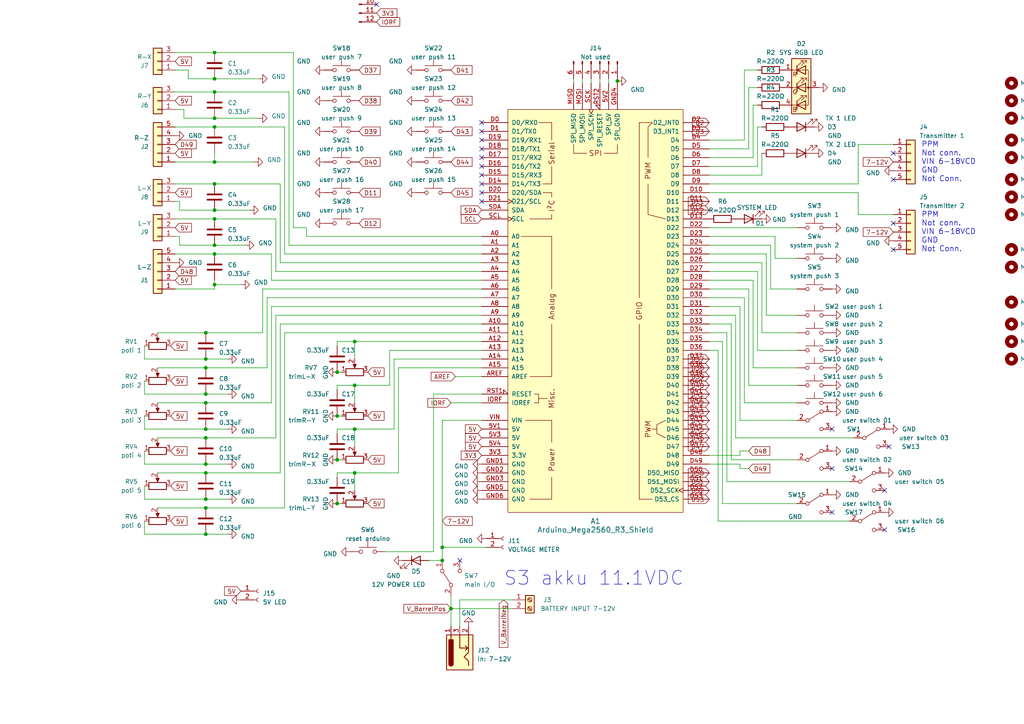
<source format=kicad_sch>
(kicad_sch (version 20230121) (generator eeschema)
  (paper "A4")
  (title_block (date "2024-04-12") (rev "Universal Robot Tx") (company "www.fluescher.ch"))
  (junction (at 59.69 116.84))
  (junction (at 130.81 176.53))
  (junction (at 59.69 147.32))
  (junction (at 59.69 124.46))
  (junction (at 59.69 96.52))
  (junction (at 102.87 111.76))
  (junction (at 62.23 63.5))
  (junction (at 62.23 60.96))
  (junction (at 59.69 106.68))
  (junction (at 59.69 154.94))
  (junction (at 62.23 71.12))
  (junction (at 102.87 99.06))
  (junction (at 62.23 34.29))
  (junction (at 59.69 144.78))
  (junction (at 62.23 82.55))
  (junction (at 59.69 127))
  (junction (at 59.69 137.16))
  (junction (at 59.69 134.62))
  (junction (at 97.79 133.35))
  (junction (at 62.23 26.67))
  (junction (at 62.23 22.86))
  (junction (at 97.79 120.65))
  (junction (at 102.87 124.46))
  (junction (at 97.79 146.05))
  (junction (at 62.23 15.24))
  (junction (at 62.23 73.66))
  (junction (at 62.23 46.99))
  (junction (at 62.23 36.83))
  (junction (at 62.23 53.34))
  (junction (at 102.87 137.16))
  (junction (at 128.27 158.75))
  (junction (at 128.27 162.56))
  (junction (at 179.07 23.495))
  (junction (at 59.69 114.3))
  (junction (at 97.79 107.95))
  (junction (at 59.69 104.14))
  (no_connect (at 139.7 45.72))
  (no_connect (at 109.22 -21.59))
  (no_connect (at 133.35 162.56))
  (no_connect (at 259.08 72.39))
  (no_connect (at 241.3 124.46))
  (no_connect (at 241.3 135.89))
  (no_connect (at 256.54 142.24))
  (no_connect (at 139.7 48.26))
  (no_connect (at 109.22 -19.05))
  (no_connect (at 139.7 53.34))
  (no_connect (at 139.7 35.56))
  (no_connect (at 241.3 148.59))
  (no_connect (at 139.7 38.1))
  (no_connect (at 257.81 129.54))
  (no_connect (at 109.22 -1.27))
  (no_connect (at 259.08 52.07))
  (no_connect (at 139.7 40.64))
  (no_connect (at 109.22 1.27))
  (no_connect (at 109.22 -13.97))
  (no_connect (at 109.22 -16.51))
  (no_connect (at 139.7 58.42))
  (no_connect (at 259.08 64.77))
  (no_connect (at 256.54 153.67))
  (no_connect (at 139.7 50.8))
  (no_connect (at 139.7 55.88))
  (no_connect (at 259.08 44.45))
  (no_connect (at 139.7 43.18))
  (wire (pts (xy 59.69 134.62) (xy 41.91 134.62)))
  (wire (pts (xy 222.25 73.66) (xy 222.25 91.44)))
  (wire (pts (xy 50.8 36.83) (xy 62.23 36.83)))
  (wire (pts (xy 179.07 22.86) (xy 179.07 23.495)))
  (wire (pts (xy 54.61 20.32) (xy 54.61 22.86)))
  (wire (pts (xy 168.91 22.86) (xy 168.91 24.13)))
  (wire (pts (xy 62.23 71.12) (xy 52.07 71.12)))
  (wire (pts (xy 173.99 22.86) (xy 173.99 24.13)))
  (wire (pts (xy 133.35 173.99) (xy 133.35 181.61)))
  (wire (pts (xy 102.87 99.06) (xy 139.7 99.06)))
  (wire (pts (xy 223.52 71.12) (xy 223.52 83.82)))
  (wire (pts (xy 81.28 53.34) (xy 81.28 76.2)))
  (wire (pts (xy 115.57 106.68) (xy 115.57 137.16)))
  (wire (pts (xy 59.69 154.94) (xy 66.04 154.94)))
  (wire (pts (xy 139.7 101.6) (xy 113.03 101.6)))
  (wire (pts (xy 102.87 137.16) (xy 115.57 137.16)))
  (wire (pts (xy 205.74 55.88) (xy 248.92 55.88)))
  (wire (pts (xy 248.92 55.88) (xy 248.92 62.23)))
  (wire (pts (xy 73.66 46.99) (xy 62.23 46.99)))
  (wire (pts (xy 220.98 44.45) (xy 220.98 50.8)))
  (wire (pts (xy 88.9 68.58) (xy 139.7 68.58)))
  (wire (pts (xy 41.91 151.13) (xy 41.91 154.94)))
  (wire (pts (xy 220.98 96.52) (xy 231.14 96.52)))
  (wire (pts (xy 205.74 101.6) (xy 208.28 101.6)))
  (wire (pts (xy 85.09 15.24) (xy 85.09 66.04)))
  (wire (pts (xy 59.69 96.52) (xy 45.72 96.52)))
  (wire (pts (xy 59.69 147.32) (xy 45.72 147.32)))
  (wire (pts (xy 205.74 50.8) (xy 220.98 50.8)))
  (wire (pts (xy 62.23 60.96) (xy 52.07 60.96)))
  (wire (pts (xy 217.17 25.4) (xy 219.71 25.4)))
  (wire (pts (xy 210.82 139.7) (xy 246.38 139.7)))
  (wire (pts (xy 231.14 146.05) (xy 209.55 146.05)))
  (wire (pts (xy 41.91 140.97) (xy 41.91 144.78)))
  (wire (pts (xy 102.87 124.46) (xy 114.3 124.46)))
  (wire (pts (xy 85.09 66.04) (xy 88.9 66.04)))
  (wire (pts (xy 82.55 36.83) (xy 82.55 73.66)))
  (wire (pts (xy 128.27 158.75) (xy 140.97 158.75)))
  (wire (pts (xy 41.91 130.81) (xy 41.91 134.62)))
  (wire (pts (xy 62.23 53.34) (xy 81.28 53.34)))
  (wire (pts (xy 214.63 88.9) (xy 214.63 121.92)))
  (wire (pts (xy 219.71 36.83) (xy 219.71 48.26)))
  (wire (pts (xy 125.73 114.3) (xy 139.7 114.3)))
  (wire (pts (xy 50.8 15.24) (xy 62.23 15.24)))
  (wire (pts (xy 215.9 116.84) (xy 231.14 116.84)))
  (wire (pts (xy 97.79 99.06) (xy 102.87 99.06)))
  (wire (pts (xy 71.12 71.12) (xy 62.23 71.12)))
  (wire (pts (xy 83.82 71.12) (xy 139.7 71.12)))
  (wire (pts (xy 217.17 135.89) (xy 214.63 135.89)))
  (wire (pts (xy 205.74 53.34) (xy 248.92 53.34)))
  (wire (pts (xy 62.23 63.5) (xy 80.01 63.5)))
  (wire (pts (xy 97.79 107.95) (xy 99.06 107.95)))
  (wire (pts (xy 218.44 81.28) (xy 218.44 106.68)))
  (wire (pts (xy 77.47 86.36) (xy 77.47 106.68)))
  (wire (pts (xy 205.74 73.66) (xy 222.25 73.66)))
  (wire (pts (xy 218.44 106.68) (xy 231.14 106.68)))
  (wire (pts (xy 62.23 44.45) (xy 62.23 46.99)))
  (wire (pts (xy 114.3 104.14) (xy 114.3 124.46)))
  (wire (pts (xy 53.34 34.29) (xy 53.34 31.75)))
  (wire (pts (xy 52.07 68.58) (xy 50.8 68.58)))
  (wire (pts (xy 210.82 96.52) (xy 210.82 139.7)))
  (wire (pts (xy 69.85 82.55) (xy 62.23 82.55)))
  (wire (pts (xy 209.55 99.06) (xy 205.74 99.06)))
  (wire (pts (xy 224.79 74.93) (xy 231.14 74.93)))
  (wire (pts (xy 59.69 154.94) (xy 41.91 154.94)))
  (wire (pts (xy 97.79 138.43) (xy 97.79 137.16)))
  (wire (pts (xy 217.17 111.76) (xy 231.14 111.76)))
  (wire (pts (xy 82.55 147.32) (xy 59.69 147.32)))
  (wire (pts (xy 214.63 135.89) (xy 214.63 134.62)))
  (wire (pts (xy 220.98 76.2) (xy 220.98 96.52)))
  (wire (pts (xy 62.23 26.67) (xy 83.82 26.67)))
  (wire (pts (xy 59.69 144.78) (xy 66.04 144.78)))
  (wire (pts (xy 130.81 176.53) (xy 130.81 181.61)))
  (wire (pts (xy 50.8 26.67) (xy 62.23 26.67)))
  (wire (pts (xy 72.39 60.96) (xy 62.23 60.96)))
  (wire (pts (xy 59.69 144.78) (xy 41.91 144.78)))
  (wire (pts (xy 62.23 36.83) (xy 82.55 36.83)))
  (wire (pts (xy 223.52 83.82) (xy 231.14 83.82)))
  (wire (pts (xy 205.74 91.44) (xy 213.36 91.44)))
  (wire (pts (xy 82.55 73.66) (xy 139.7 73.66)))
  (wire (pts (xy 52.07 71.12) (xy 52.07 68.58)))
  (wire (pts (xy 218.44 30.48) (xy 218.44 45.72)))
  (wire (pts (xy 80.01 78.74) (xy 139.7 78.74)))
  (wire (pts (xy 217.17 130.81) (xy 214.63 130.81)))
  (wire (pts (xy 82.55 96.52) (xy 82.55 147.32)))
  (wire (pts (xy 80.01 91.44) (xy 80.01 127)))
  (wire (pts (xy 217.17 43.18) (xy 217.17 25.4)))
  (wire (pts (xy 215.9 86.36) (xy 215.9 116.84)))
  (wire (pts (xy 62.23 46.99) (xy 50.8 46.99)))
  (wire (pts (xy 213.36 91.44) (xy 213.36 127)))
  (wire (pts (xy 52.07 58.42) (xy 50.8 58.42)))
  (wire (pts (xy 53.34 31.75) (xy 50.8 31.75)))
  (wire (pts (xy 208.28 101.6) (xy 208.28 151.13)))
  (wire (pts (xy 130.81 172.72) (xy 130.81 176.53)))
  (wire (pts (xy 214.63 134.62) (xy 205.74 134.62)))
  (wire (pts (xy 205.74 88.9) (xy 214.63 88.9)))
  (wire (pts (xy 205.74 76.2) (xy 220.98 76.2)))
  (wire (pts (xy 217.17 83.82) (xy 217.17 111.76)))
  (wire (pts (xy 218.44 30.48) (xy 219.71 30.48)))
  (wire (pts (xy 205.74 45.72) (xy 218.44 45.72)))
  (wire (pts (xy 41.91 110.49) (xy 41.91 114.3)))
  (wire (pts (xy 205.74 40.64) (xy 215.9 40.64)))
  (wire (pts (xy 214.63 121.92) (xy 231.14 121.92)))
  (wire (pts (xy 205.74 78.74) (xy 219.71 78.74)))
  (wire (pts (xy 139.7 104.14) (xy 114.3 104.14)))
  (wire (pts (xy 78.74 81.28) (xy 139.7 81.28)))
  (wire (pts (xy 113.03 101.6) (xy 113.03 111.76)))
  (wire (pts (xy 59.69 127) (xy 45.72 127)))
  (wire (pts (xy 128.27 121.92) (xy 139.7 121.92)))
  (wire (pts (xy 59.69 114.3) (xy 41.91 114.3)))
  (wire (pts (xy 50.8 63.5) (xy 62.23 63.5)))
  (wire (pts (xy 248.92 53.34) (xy 248.92 41.91)))
  (wire (pts (xy 62.23 22.86) (xy 74.93 22.86)))
  (wire (pts (xy 205.74 68.58) (xy 224.79 68.58)))
  (wire (pts (xy 130.81 176.53) (xy 148.59 176.53)))
  (wire (pts (xy 97.79 120.65) (xy 99.06 120.65)))
  (wire (pts (xy 78.74 116.84) (xy 59.69 116.84)))
  (wire (pts (xy 130.81 116.84) (xy 139.7 116.84)))
  (wire (pts (xy 128.27 121.92) (xy 128.27 158.75)))
  (wire (pts (xy 97.79 100.33) (xy 97.79 99.06)))
  (wire (pts (xy 219.71 36.83) (xy 220.98 36.83)))
  (wire (pts (xy 59.69 114.3) (xy 66.04 114.3)))
  (wire (pts (xy 205.74 71.12) (xy 223.52 71.12)))
  (wire (pts (xy 62.23 34.29) (xy 53.34 34.29)))
  (wire (pts (xy 166.37 22.86) (xy 166.37 24.13)))
  (wire (pts (xy 81.28 93.98) (xy 81.28 137.16)))
  (wire (pts (xy 97.79 125.73) (xy 97.79 124.46)))
  (wire (pts (xy 88.9 66.04) (xy 88.9 68.58)))
  (wire (pts (xy 83.82 26.67) (xy 83.82 71.12)))
  (wire (pts (xy 59.69 137.16) (xy 45.72 137.16)))
  (wire (pts (xy 176.53 22.86) (xy 176.53 24.13)))
  (wire (pts (xy 102.87 104.14) (xy 102.87 99.06)))
  (wire (pts (xy 62.23 73.66) (xy 78.74 73.66)))
  (wire (pts (xy 224.79 68.58) (xy 224.79 74.93)))
  (wire (pts (xy 77.47 86.36) (xy 139.7 86.36)))
  (wire (pts (xy 59.69 116.84) (xy 45.72 116.84)))
  (wire (pts (xy 215.9 20.32) (xy 219.71 20.32)))
  (wire (pts (xy 54.61 22.86) (xy 62.23 22.86)))
  (wire (pts (xy 97.79 146.05) (xy 99.06 146.05)))
  (wire (pts (xy 59.69 104.14) (xy 66.04 104.14)))
  (wire (pts (xy 41.91 120.65) (xy 41.91 124.46)))
  (wire (pts (xy 213.36 127) (xy 247.65 127)))
  (wire (pts (xy 52.07 60.96) (xy 52.07 58.42)))
  (wire (pts (xy 124.46 162.56) (xy 128.27 162.56)))
  (wire (pts (xy 219.71 101.6) (xy 231.14 101.6)))
  (wire (pts (xy 62.23 15.24) (xy 85.09 15.24)))
  (wire (pts (xy 78.74 88.9) (xy 78.74 116.84)))
  (wire (pts (xy 41.91 100.33) (xy 41.91 104.14)))
  (wire (pts (xy 222.25 91.44) (xy 231.14 91.44)))
  (wire (pts (xy 139.7 106.68) (xy 115.57 106.68)))
  (wire (pts (xy 97.79 124.46) (xy 102.87 124.46)))
  (wire (pts (xy 74.93 34.29) (xy 62.23 34.29)))
  (wire (pts (xy 81.28 93.98) (xy 139.7 93.98)))
  (wire (pts (xy 54.61 20.32) (xy 50.8 20.32)))
  (wire (pts (xy 205.74 66.04) (xy 231.14 66.04)))
  (wire (pts (xy 179.07 23.495) (xy 179.07 24.13)))
  (wire (pts (xy 78.74 88.9) (xy 139.7 88.9)))
  (wire (pts (xy 111.76 160.02) (xy 125.73 160.02)))
  (wire (pts (xy 219.71 48.26) (xy 205.74 48.26)))
  (wire (pts (xy 219.71 78.74) (xy 219.71 101.6)))
  (wire (pts (xy 212.09 133.35) (xy 212.09 93.98)))
  (wire (pts (xy 132.08 109.22) (xy 139.7 109.22)))
  (wire (pts (xy 208.28 151.13) (xy 246.38 151.13)))
  (wire (pts (xy 209.55 146.05) (xy 209.55 99.06)))
  (wire (pts (xy 62.23 81.28) (xy 62.23 82.55)))
  (wire (pts (xy 212.09 93.98) (xy 205.74 93.98)))
  (wire (pts (xy 81.28 76.2) (xy 139.7 76.2)))
  (wire (pts (xy 205.74 86.36) (xy 215.9 86.36)))
  (wire (pts (xy 59.69 106.68) (xy 45.72 106.68)))
  (wire (pts (xy 80.01 91.44) (xy 139.7 91.44)))
  (wire (pts (xy 50.8 53.34) (xy 62.23 53.34)))
  (wire (pts (xy 81.28 137.16) (xy 59.69 137.16)))
  (wire (pts (xy 59.69 104.14) (xy 41.91 104.14)))
  (wire (pts (xy 171.45 22.86) (xy 171.45 24.13)))
  (wire (pts (xy 125.73 114.3) (xy 125.73 160.02)))
  (wire (pts (xy 50.8 73.66) (xy 62.23 73.66)))
  (wire (pts (xy 215.9 40.64) (xy 215.9 20.32)))
  (wire (pts (xy 62.23 83.82) (xy 50.8 83.82)))
  (wire (pts (xy 78.74 73.66) (xy 78.74 81.28)))
  (wire (pts (xy 76.2 96.52) (xy 76.2 83.82)))
  (wire (pts (xy 97.79 113.03) (xy 97.79 111.76)))
  (wire (pts (xy 59.69 124.46) (xy 66.04 124.46)))
  (wire (pts (xy 248.92 62.23) (xy 259.08 62.23)))
  (wire (pts (xy 97.79 137.16) (xy 102.87 137.16)))
  (wire (pts (xy 205.74 83.82) (xy 217.17 83.82)))
  (wire (pts (xy 77.47 106.68) (xy 59.69 106.68)))
  (wire (pts (xy 102.87 142.24) (xy 102.87 137.16)))
  (wire (pts (xy 97.79 133.35) (xy 99.06 133.35)))
  (wire (pts (xy 62.23 82.55) (xy 62.23 83.82)))
  (wire (pts (xy 59.69 96.52) (xy 76.2 96.52)))
  (wire (pts (xy 214.63 130.81) (xy 214.63 132.08)))
  (wire (pts (xy 59.69 134.62) (xy 66.04 134.62)))
  (wire (pts (xy 205.74 43.18) (xy 217.17 43.18)))
  (wire (pts (xy 97.79 111.76) (xy 102.87 111.76)))
  (wire (pts (xy 80.01 63.5) (xy 80.01 78.74)))
  (wire (pts (xy 231.14 133.35) (xy 212.09 133.35)))
  (wire (pts (xy 128.27 158.75) (xy 128.27 162.56)))
  (wire (pts (xy 80.01 127) (xy 59.69 127)))
  (wire (pts (xy 248.92 41.91) (xy 259.08 41.91)))
  (wire (pts (xy 148.59 173.99) (xy 133.35 173.99)))
  (wire (pts (xy 205.74 96.52) (xy 210.82 96.52)))
  (wire (pts (xy 76.2 83.82) (xy 139.7 83.82)))
  (wire (pts (xy 102.87 129.54) (xy 102.87 124.46)))
  (wire (pts (xy 205.74 81.28) (xy 218.44 81.28)))
  (wire (pts (xy 59.69 124.46) (xy 41.91 124.46)))
  (wire (pts (xy 214.63 132.08) (xy 205.74 132.08)))
  (wire (pts (xy 82.55 96.52) (xy 139.7 96.52)))
  (wire (pts (xy 102.87 116.84) (xy 102.87 111.76)))
  (wire (pts (xy 102.87 111.76) (xy 113.03 111.76)))
  (text_box "PPM\nNot conn.\nVIN 6-18VCD\nGND\nNot Conn." (at 266.0773 60.0123 0) (size 18.8723 14.6832) (stroke (width -0.0001)) (effects (font (size 1.55 1.55)) (justify left top)))
  (text_box "PPM\nNot conn.\nVIN 6-18VCD\nGND\nNot Conn." (at 266.0773 39.6923 0) (size 18.8723 14.6832) (stroke (width -0.0001)) (effects (font (size 1.55 1.55)) (justify left top)))
  (text "ON BOARD POWER MANAGEMENT?" (at 307.34 140.97 0) (effects (font (size 4 4)) (justify left bottom)))
  (text "S3 akku 11.1VDC" (at 146.05 170.18 0) (effects (font (size 4 4)) (justify left bottom)))
  (text "für fl logo + open hardware" (at 148.59 217.17 0) (effects (font (size 4 4)) (justify left bottom)))
  (global_label "3V3" (shape input) (at 109.22 3.81 0) (property "Intersheetrefs" "${INTERSHEET_REFS}" (effects hide)))
  (global_label "D42" (shape input) (at 205.74 116.84 180) (property "Intersheetrefs" "${INTERSHEET_REFS}" (effects hide)))
  (global_label "5V" (shape input) (at 139.7 127 180) (property "Intersheetrefs" "${INTERSHEET_REFS}" (effects hide)))
  (global_label "D47" (shape input) (at 205.74 129.54 180) (property "Intersheetrefs" "${INTERSHEET_REFS}" (effects hide)))
  (global_label "D52" (shape input) (at 205.74 142.24 180) (property "Intersheetrefs" "${INTERSHEET_REFS}" (effects hide)))
  (global_label "5V" (shape input) (at 49.53 110.49 0) (property "Intersheetrefs" "${INTERSHEET_REFS}" (effects hide)))
  (global_label "D50" (shape input) (at 205.74 137.16 180) (property "Intersheetrefs" "${INTERSHEET_REFS}" (effects hide)))
  (global_label "D48" (shape input) (at 217.17 130.81 0) (property "Intersheetrefs" "${INTERSHEET_REFS}" (effects hide)))
  (global_label "D41" (shape input) (at 130.81 20.32 0) (property "Intersheetrefs" "${INTERSHEET_REFS}" (effects hide)))
  (global_label "D49" (shape input) (at 217.17 135.89 0) (property "Intersheetrefs" "${INTERSHEET_REFS}" (effects hide)))
  (global_label "5V" (shape input) (at 139.7 124.46 180) (property "Intersheetrefs" "${INTERSHEET_REFS}" (effects hide)))
  (global_label "D40" (shape input) (at 205.74 111.76 180) (property "Intersheetrefs" "${INTERSHEET_REFS}" (effects hide)))
  (global_label "5V" (shape input) (at 49.53 100.33 0) (property "Intersheetrefs" "${INTERSHEET_REFS}" (effects hide)))
  (global_label "D12" (shape input) (at 205.74 60.96 180) (property "Intersheetrefs" "${INTERSHEET_REFS}" (effects hide)))
  (global_label "D42" (shape input) (at 130.81 29.21 0) (property "Intersheetrefs" "${INTERSHEET_REFS}" (effects hide)))
  (global_label "7-12V" (shape input) (at 128.27 151.13 0) (property "Intersheetrefs" "${INTERSHEET_REFS}" (effects hide)))
  (global_label "D39" (shape input) (at 104.14 38.1 0) (property "Intersheetrefs" "${INTERSHEET_REFS}" (effects hide)))
  (global_label "5V" (shape input) (at 50.8 29.21 0) (property "Intersheetrefs" "${INTERSHEET_REFS}" (effects hide)))
  (global_label "D45" (shape input) (at 205.74 124.46 180) (property "Intersheetrefs" "${INTERSHEET_REFS}" (effects hide)))
  (global_label "5V" (shape input) (at 139.7 129.54 180) (property "Intersheetrefs" "${INTERSHEET_REFS}" (effects hide)))
  (global_label "D51" (shape input) (at 91.44 -16.51 0) (property "Intersheetrefs" "${INTERSHEET_REFS}" (effects hide)))
  (global_label "7-12V" (shape input) (at 259.08 46.99 180) (property "Intersheetrefs" "${INTERSHEET_REFS}" (effects hide)))
  (global_label "D2" (shape input) (at 205.74 35.56 180) (property "Intersheetrefs" "${INTERSHEET_REFS}" (effects hide)))
  (global_label "D53" (shape input) (at 91.44 -21.59 0) (property "Intersheetrefs" "${INTERSHEET_REFS}" (effects hide)))
  (global_label "SDA" (shape input) (at 109.22 -6.35 0) (property "Intersheetrefs" "${INTERSHEET_REFS}" (effects hide)))
  (global_label "5V" (shape input) (at 106.68 120.65 0) (property "Intersheetrefs" "${INTERSHEET_REFS}" (effects hide)))
  (global_label "D50" (shape input) (at 91.44 -13.97 0) (property "Intersheetrefs" "${INTERSHEET_REFS}" (effects hide)))
  (global_label "IORF" (shape input) (at 130.81 116.84 180) (property "Intersheetrefs" "${INTERSHEET_REFS}" (effects hide)))
  (global_label "D12" (shape input) (at 104.14 64.77 0) (property "Intersheetrefs" "${INTERSHEET_REFS}" (effects hide)))
  (global_label "D46" (shape input) (at 205.74 127 180) (property "Intersheetrefs" "${INTERSHEET_REFS}" (effects hide)))
  (global_label "7-12V" (shape input) (at 66.675 -13.97 270) (property "Intersheetrefs" "${INTERSHEET_REFS}" (effects hide)))
  (global_label "D40" (shape input) (at 104.14 46.99 0) (property "Intersheetrefs" "${INTERSHEET_REFS}" (effects hide)))
  (global_label "5V" (shape input) (at 106.68 133.35 0) (property "Intersheetrefs" "${INTERSHEET_REFS}" (effects hide)))
  (global_label "D37" (shape input) (at 205.74 104.14 180) (property "Intersheetrefs" "${INTERSHEET_REFS}" (effects hide)))
  (global_label "D52" (shape input) (at 91.44 -19.05 0) (property "Intersheetrefs" "${INTERSHEET_REFS}" (effects hide)))
  (global_label "D46" (shape input) (at 91.44 -8.89 0) (property "Intersheetrefs" "${INTERSHEET_REFS}" (effects hide)))
  (global_label "5V" (shape input) (at 49.53 130.81 0) (property "Intersheetrefs" "${INTERSHEET_REFS}" (effects hide)))
  (global_label "D41" (shape input) (at 205.74 114.3 180) (property "Intersheetrefs" "${INTERSHEET_REFS}" (effects hide)))
  (global_label "D38" (shape input) (at 205.74 106.68 180) (property "Intersheetrefs" "${INTERSHEET_REFS}" (effects hide)))
  (global_label "7-12V" (shape input) (at 259.08 67.31 180) (property "Intersheetrefs" "${INTERSHEET_REFS}" (effects hide)))
  (global_label "V_BarrelPos" (shape input) (at 130.81 176.53 180) (property "Intersheetrefs" "${INTERSHEET_REFS}" (effects hide)))
  (global_label "D11" (shape input) (at 205.74 58.42 180) (property "Intersheetrefs" "${INTERSHEET_REFS}" (effects hide)))
  (global_label "D49" (shape input) (at 50.8 41.91 0) (property "Intersheetrefs" "${INTERSHEET_REFS}" (effects hide)))
  (global_label "D11" (shape input) (at 104.14 55.88 0) (property "Intersheetrefs" "${INTERSHEET_REFS}" (effects hide)))
  (global_label "D47" (shape input) (at 91.44 -11.43 0) (property "Intersheetrefs" "${INTERSHEET_REFS}" (effects hide)))
  (global_label "5V" (shape input) (at 73.025 -13.97 270) (property "Intersheetrefs" "${INTERSHEET_REFS}" (effects hide)))
  (global_label "D48" (shape input) (at 50.8 78.74 0) (property "Intersheetrefs" "${INTERSHEET_REFS}" (effects hide)))
  (global_label "AREF" (shape input) (at 132.08 109.22 180) (property "Intersheetrefs" "${INTERSHEET_REFS}" (effects hide)))
  (global_label "5V" (shape input) (at 50.8 55.88 0) (property "Intersheetrefs" "${INTERSHEET_REFS}" (effects hide)))
  (global_label "5V" (shape input) (at 106.68 146.05 0) (property "Intersheetrefs" "${INTERSHEET_REFS}" (effects hide)))
  (global_label "5V" (shape input) (at 49.53 140.97 0) (property "Intersheetrefs" "${INTERSHEET_REFS}" (effects hide)))
  (global_label "SCL" (shape input) (at 139.7 63.5 180) (property "Intersheetrefs" "${INTERSHEET_REFS}" (effects hide)))
  (global_label "5V" (shape input) (at 49.53 120.65 0) (property "Intersheetrefs" "${INTERSHEET_REFS}" (effects hide)))
  (global_label "D43" (shape input) (at 130.81 38.1 0) (property "Intersheetrefs" "${INTERSHEET_REFS}" (effects hide)))
  (global_label "D45" (shape input) (at 130.81 55.88 0) (property "Intersheetrefs" "${INTERSHEET_REFS}" (effects hide)))
  (global_label "5V" (shape input) (at 49.53 151.13 0) (property "Intersheetrefs" "${INTERSHEET_REFS}" (effects hide)))
  (global_label "D51" (shape input) (at 205.74 139.7 180) (property "Intersheetrefs" "${INTERSHEET_REFS}" (effects hide)))
  (global_label "D43" (shape input) (at 205.74 119.38 180) (property "Intersheetrefs" "${INTERSHEET_REFS}" (effects hide)))
  (global_label "D3" (shape input) (at 205.74 38.1 180) (property "Intersheetrefs" "${INTERSHEET_REFS}" (effects hide)))
  (global_label "AREF" (shape input) (at 109.22 -8.89 0) (property "Intersheetrefs" "${INTERSHEET_REFS}" (effects hide)))
  (global_label "SCL" (shape input) (at 109.22 -3.81 0) (property "Intersheetrefs" "${INTERSHEET_REFS}" (effects hide)))
  (global_label "3V3" (shape input) (at 139.7 132.08 180) (property "Intersheetrefs" "${INTERSHEET_REFS}" (effects hide)))
  (global_label "5V" (shape input) (at 106.68 107.95 0) (property "Intersheetrefs" "${INTERSHEET_REFS}" (effects hide)))
  (global_label "D53" (shape input) (at 205.74 144.78 180) (property "Intersheetrefs" "${INTERSHEET_REFS}" (effects hide)))
  (global_label "D44" (shape input) (at 130.81 46.99 0) (property "Intersheetrefs" "${INTERSHEET_REFS}" (effects hide)))
  (global_label "5V" (shape input) (at 69.85 171.45 180) (property "Intersheetrefs" "${INTERSHEET_REFS}" (effects hide)))
  (global_label "D38" (shape input) (at 104.14 29.21 0) (property "Intersheetrefs" "${INTERSHEET_REFS}" (effects hide)))
  (global_label "D37" (shape input) (at 104.14 20.32 0) (property "Intersheetrefs" "${INTERSHEET_REFS}" (effects hide)))
  (global_label "SDA" (shape input) (at 139.7 60.96 180) (property "Intersheetrefs" "${INTERSHEET_REFS}" (effects hide)))
  (global_label "V_BarrelNeg" (shape input) (at 146.05 173.99 270) (property "Intersheetrefs" "${INTERSHEET_REFS}" (effects hide)))
  (global_label "5V" (shape input) (at 50.8 17.78 0) (property "Intersheetrefs" "${INTERSHEET_REFS}" (effects hide)))
  (global_label "IORF" (shape input) (at 109.22 6.35 0) (property "Intersheetrefs" "${INTERSHEET_REFS}" (effects hide)))
  (global_label "D44" (shape input) (at 205.74 121.92 180) (property "Intersheetrefs" "${INTERSHEET_REFS}" (effects hide)))
  (global_label "D39" (shape input) (at 205.74 109.22 180) (property "Intersheetrefs" "${INTERSHEET_REFS}" (effects hide)))
  (global_label "5V" (shape input) (at 50.8 81.28 0) (property "Intersheetrefs" "${INTERSHEET_REFS}" (effects hide)))
  (global_label "5V" (shape input) (at 50.8 66.04 0) (property "Intersheetrefs" "${INTERSHEET_REFS}" (effects hide)))
  (global_label "5V" (shape input) (at 50.8 44.45 0) (property "Intersheetrefs" "${INTERSHEET_REFS}" (effects hide)))
  (symbol (lib_id "power:GND") (at 241.3 91.44 90) (unit 1)
    (property "Reference" "#PWR036" (effects hide))
    (property "Value" "GND" (at 245.11 91.44 90) (effects (justify right)))
  )
  (symbol (lib_id "Device:R") (at 223.52 20.32 90) (unit 1)
    (property "Reference" "R2" (at 223.52 15.24 90))
    (property "Value" "R=220Ω" (at 223.52 17.78 90))
    (property "Footprint" "Resistor_THT:R_Axial_DIN0309_L9.0mm_D3.2mm_P5.08mm_Vertical" (effects hide))
  )
  (symbol (lib_id "Device:LED") (at 232.41 36.83 180) (unit 1)
    (property "Reference" "D3" (at 241.3 36.83 0))
    (property "Value" "TX 1 LED" (at 243.84 34.29 0))
    (property "Footprint" "LED_THT:LED_D3.0mm" (effects hide))
  )
  (symbol (lib_id "Switch:SW_Push") (at 236.22 66.04 0) (unit 1)
    (property "Reference" "SW3" (at 236.22 59.69 0))
    (property "Value" "system push 1" (at 236.22 62.23 0))
    (property "Footprint" "FL:Drucktaster_FL_Mentor_1852.6231" (effects hide))
  )
  (symbol (lib_id "Mechanical:MountingHole") (at 293.37 72.39 0) (unit 1)
    (property "Reference" "H10" (effects hide))
    (property "Value" "MountingHole" (at 295.91 72.39 0) (effects (justify left)))
    (property "Footprint" "MountingHole:MountingHole_3mm" (effects hide))
  )
  (symbol (lib_id "Switch:SW_SPDT") (at 130.81 167.64 90) (unit 1)
    (property "Reference" "SW7" (at 134.62 167.005 90) (effects (justify right)))
    (property "Value" "main I/O" (at 134.62 169.545 90) (effects (justify right)))
    (property "Footprint" "Button_Switch_THT:Toggle_switch_3P_5.08" (effects hide))
  )
  (symbol (lib_id "power:GND") (at 135.89 181.61 180) (unit 1)
    (property "Reference" "#PWR031" (effects hide))
    (property "Value" "GND" (at 135.89 177.8 0))
  )
  (symbol (lib_id "Device:R_Potentiometer") (at 45.72 100.33 90) (unit 1)
    (property "Reference" "RV1" (at 38.1 99.06 90))
    (property "Value" "poti 1" (at 38.1 101.6 90))
    (property "Footprint" "Potentiometer_THT:Potentiometer_Bourns_PTV09A-1_Single_Vertical" (effects hide))
  )
  (symbol (lib_id "Mechanical:MountingHole") (at 293.37 57.15 0) (unit 1)
    (property "Reference" "H7" (effects hide))
    (property "Value" "MountingHole" (at 295.91 57.15 0) (effects (justify left)))
    (property "Footprint" "MountingHole:MountingHole_3mm" (effects hide))
  )
  (symbol (lib_id "power:GND") (at 93.98 38.1 270) (unit 1)
    (property "Reference" "#PWR052" (effects hide))
    (property "Value" "GND" (at 90.17 35.56 90) (effects (justify right)))
  )
  (symbol (lib_id "power:GND") (at 241.3 119.38 90) (unit 1)
    (property "Reference" "#PWR043" (effects hide))
    (property "Value" "GND" (at 245.11 119.38 90) (effects (justify right)))
  )
  (symbol (lib_id "power:GND") (at 236.22 44.45 90) (unit 1)
    (property "Reference" "#PWR030" (effects hide))
    (property "Value" "GND" (at 240.03 46.99 90) (effects (justify right)))
  )
  (symbol (lib_id "power:GND") (at 97.79 146.05 270) (unit 1)
    (property "Reference" "#PWR051" (effects hide))
    (property "Value" "GND" (at 94.4391 146.0827 0))
  )
  (symbol (lib_id "power:GND") (at 139.7 134.62 270) (unit 1)
    (property "Reference" "#PWR07" (effects hide))
    (property "Value" "GND" (at 135.89 135.255 90) (effects (justify right)))
  )
  (symbol (lib_id "Device:C") (at 97.79 104.14 0) (unit 1)
    (property "Reference" "C13" (at 99.06 101.6 0) (effects (justify left)))
    (property "Value" "0.33uF" (at 88.9 101.6 0) (effects (justify left)))
    (property "Footprint" "Capacitor_THT:C_Disc_D7.0mm_W2.5mm_P5.00mm" (effects hide))
  )
  (symbol (lib_id "Connector_Generic:Conn_01x03") (at 45.72 55.88 180) (unit 1)
    (property "Reference" "J8" (at 41.91 57.15 0))
    (property "Value" "L-X" (at 41.91 54.61 0))
    (property "Footprint" "Connector_JST:JST_PH_B3B-PH-K_1x03_P2.00mm_Vertical" (effects hide))
  )
  (symbol (lib_id "Mechanical:MountingHole") (at 293.37 93.98 0) (unit 1)
    (property "Reference" "H14" (effects hide))
    (property "Value" "MountingHole" (at 295.91 93.98 0) (effects (justify left)))
    (property "Footprint" "MountingHole:MountingHole_3mm" (effects hide))
  )
  (symbol (lib_id "power:GND") (at 140.97 156.21 270) (unit 1)
    (property "Reference" "#PWR038" (effects hide))
    (property "Value" "GND" (at 137.16 156.845 90) (effects (justify right)))
  )
  (symbol (lib_id "Device:C") (at 59.69 120.65 0) (unit 1)
    (property "Reference" "C9" (at 63.5 120.015 0) (effects (justify left)))
    (property "Value" "0.33uF" (at 63.5 122.555 0) (effects (justify left)))
    (property "Footprint" "Capacitor_THT:C_Disc_D7.0mm_W2.5mm_P5.00mm" (effects hide))
  )
  (symbol (lib_id "Mechanical:MountingHole") (at 293.37 104.14 0) (unit 1)
    (property "Reference" "H16" (effects hide))
    (property "Value" "MountingHole" (at 295.91 104.14 0) (effects (justify left)))
    (property "Footprint" "MountingHole:MountingHole_3mm" (effects hide))
  )
  (symbol (lib_id "power:+5V") (at 73.025 -13.97 0) (unit 1)
    (property "Reference" "#PWR061" (effects hide))
    (property "Value" "+5V" (at 73.025 -17.78 0))
  )
  (symbol (lib_id "Connector_Generic:Conn_01x03") (at 45.72 66.04 180) (unit 1)
    (property "Reference" "J9" (at 41.91 67.31 0))
    (property "Value" "L-Y" (at 41.91 64.77 0))
    (property "Footprint" "Connector_JST:JST_PH_B3B-PH-K_1x03_P2.00mm_Vertical" (effects hide))
  )
  (symbol (lib_id "Switch:SW_Push") (at 99.06 20.32 0) (unit 1)
    (property "Reference" "SW18" (at 99.06 13.97 0))
    (property "Value" "user push 7" (at 99.06 16.51 0))
    (property "Footprint" "Button_Switch_THT:SW_Push_1P2T_Horizontal_FL_RND_210-00255" (effects hide))
  )
  (symbol (lib_id "Switch:SW_Push") (at 236.22 74.93 0) (unit 1)
    (property "Reference" "SW4" (at 236.22 68.58 0))
    (property "Value" "system push 2" (at 236.22 71.12 0))
    (property "Footprint" "FL:Drucktaster_FL_Mentor_1852.6231" (effects hide))
  )
  (symbol (lib_id "Mechanical:MountingHole") (at 293.37 62.23 0) (unit 1)
    (property "Reference" "H8" (effects hide))
    (property "Value" "MountingHole" (at 295.91 62.23 0) (effects (justify left)))
    (property "Footprint" "MountingHole:MountingHole_3mm" (effects hide))
  )
  (symbol (lib_id "Switch:SW_Push") (at 99.06 46.99 0) (unit 1)
    (property "Reference" "SW21" (at 99.06 40.64 0))
    (property "Value" "user push 10" (at 99.06 43.18 0))
    (property "Footprint" "Button_Switch_THT:SW_Push_1P2T_Horizontal_FL_RND_210-00255" (effects hide))
  )
  (symbol (lib_id "power:GND") (at 93.98 64.77 270) (unit 1)
    (property "Reference" "#PWR060" (effects hide))
    (property "Value" "GND" (at 90.17 62.23 90) (effects (justify right)))
  )
  (symbol (lib_id "Mechanical:MountingHole") (at 293.37 29.21 0) (unit 1)
    (property "Reference" "H1" (effects hide))
    (property "Value" "MountingHole" (at 295.91 29.21 0) (effects (justify left)))
    (property "Footprint" "MountingHole:MountingHole_3mm" (effects hide))
  )
  (symbol (lib_id "Mechanical:MountingHole") (at 293.37 24.13 0) (unit 1)
    (property "Reference" "H3" (effects hide))
    (property "Value" "MountingHole" (at 295.91 24.13 0) (effects (justify left)))
    (property "Footprint" "MountingHole:MountingHole_3mm" (effects hide))
  )
  (symbol (lib_id "Switch:SW_SPDT") (at 236.22 121.92 0) (unit 1)
    (property "Reference" "SW1" (at 247.65 124.46 0))
    (property "Value" "user switch 01" (at 251.46 121.92 0))
    (property "Footprint" "Button_Switch_THT:Toggle_switch_3P_5.08" (effects hide))
  )
  (symbol (lib_id "Mechanical:MountingHole") (at 293.37 40.64 0) (unit 1)
    (property "Reference" "H4" (effects hide))
    (property "Value" "MountingHole" (at 295.91 40.64 0) (effects (justify left)))
    (property "Footprint" "MountingHole:MountingHole_3mm" (effects hide))
  )
  (symbol (lib_id "power:GND") (at 101.6 160.02 270) (unit 1)
    (property "Reference" "#PWR08" (effects hide))
    (property "Value" "GND" (at 97.79 160.655 90) (effects (justify right)))
  )
  (symbol (lib_id "Device:C") (at 97.79 142.24 0) (unit 1)
    (property "Reference" "C19" (at 99.06 139.7 0) (effects (justify left)))
    (property "Value" "0.33uF" (at 88.9 139.7 0) (effects (justify left)))
    (property "Footprint" "Capacitor_THT:C_Disc_D7.0mm_W2.5mm_P5.00mm" (effects hide))
  )
  (symbol (lib_id "power:GND") (at 97.79 133.35 270) (unit 1)
    (property "Reference" "#PWR050" (effects hide))
    (property "Value" "GND" (at 94.4391 133.3827 0))
  )
  (symbol (lib_id "Mechanical:MountingHole") (at 293.37 99.06 0) (unit 1)
    (property "Reference" "H15" (effects hide))
    (property "Value" "MountingHole" (at 295.91 99.06 0) (effects (justify left)))
    (property "Footprint" "MountingHole:MountingHole_3mm" (effects hide))
  )
  (symbol (lib_id "power:GND") (at 66.04 144.78 90) (unit 1)
    (property "Reference" "#PWR018" (effects hide))
    (property "Value" "GND" (at 69.85 145.415 90) (effects (justify right)))
  )
  (symbol (lib_id "Device:C") (at 59.69 100.33 0) (unit 1)
    (property "Reference" "C7" (at 63.5 99.695 0) (effects (justify left)))
    (property "Value" "0.33uF" (at 63.5 102.235 0) (effects (justify left)))
    (property "Footprint" "Capacitor_THT:C_Disc_D7.0mm_W2.5mm_P5.00mm" (effects hide))
  )
  (symbol (lib_id "power:GND") (at 139.7 142.24 270) (unit 1)
    (property "Reference" "#PWR013" (effects hide))
    (property "Value" "GND" (at 135.89 142.875 90) (effects (justify right)))
  )
  (symbol (lib_id "Device:R_Potentiometer") (at 102.87 133.35 90) (unit 1)
    (property "Reference" "RV12" (at 90.17 132.08 90))
    (property "Value" "trimR-X" (at 87.63 134.62 90))
    (property "Footprint" "Potentiometer_THT:Potentiometer_Bourns_3386X_Horizontal" (effects hide))
  )
  (symbol (lib_id "power:GND") (at 220.98 63.5 90) (unit 1)
    (property "Reference" "#PWR09" (effects hide))
    (property "Value" "GND" (at 223.9908 63.6724 90) (effects (justify right)))
  )
  (symbol (lib_id "Switch:SW_Push") (at 99.06 55.88 0) (unit 1)
    (property "Reference" "SW27" (at 99.06 49.53 0))
    (property "Value" "user push 16" (at 99.06 52.07 0))
    (property "Footprint" "Button_Switch_THT:SW_Push_1P2T_Horizontal_FL_RND_210-00255" (effects hide))
  )
  (symbol (lib_id "power:GND") (at 241.3 101.6 90) (unit 1)
    (property "Reference" "#PWR039" (effects hide))
    (property "Value" "GND" (at 245.11 101.6 90) (effects (justify right)))
  )
  (symbol (lib_id "power:GND") (at 69.85 173.99 270) (unit 1)
    (property "Reference" "#PWR064" (effects hide))
    (property "Value" "GND" (at 66.04 174.625 90) (effects (justify right)))
  )
  (symbol (lib_id "Device:C") (at 62.23 40.64 0) (unit 1)
    (property "Reference" "C3" (at 66.04 40.005 0) (effects (justify left)))
    (property "Value" "0.33uF" (at 66.04 42.545 0) (effects (justify left)))
    (property "Footprint" "Capacitor_THT:C_Disc_D7.0mm_W2.5mm_P5.00mm" (effects hide))
  )
  (symbol (lib_id "power:GND") (at 256.54 137.16 90) (unit 1)
    (property "Reference" "#PWR046" (effects hide))
    (property "Value" "GND" (at 260.35 137.16 90) (effects (justify right)))
  )
  (symbol (lib_id "power:GND") (at 120.65 46.99 270) (unit 1)
    (property "Reference" "#PWR057" (effects hide))
    (property "Value" "GND" (at 116.84 44.45 90) (effects (justify right)))
  )
  (symbol (lib_id "Mechanical:MountingHole") (at 293.37 77.47 0) (unit 1)
    (property "Reference" "H11" (effects hide))
    (property "Value" "MountingHole" (at 295.91 77.47 0) (effects (justify left)))
    (property "Footprint" "MountingHole:MountingHole_3mm" (effects hide))
  )
  (symbol (lib_id "Device:C") (at 97.79 116.84 0) (unit 1)
    (property "Reference" "C17" (at 99.06 114.3 0) (effects (justify left)))
    (property "Value" "0.33uF" (at 88.9 114.3 0) (effects (justify left)))
    (property "Footprint" "Capacitor_THT:C_Disc_D7.0mm_W2.5mm_P5.00mm" (effects hide))
  )
  (symbol (lib_id "power:GND") (at 139.7 139.7 270) (unit 1)
    (property "Reference" "#PWR012" (effects hide))
    (property "Value" "GND" (at 135.89 140.335 90) (effects (justify right)))
  )
  (symbol (lib_id "power:GND") (at 120.65 20.32 270) (unit 1)
    (property "Reference" "#PWR054" (effects hide))
    (property "Value" "GND" (at 116.84 17.78 90) (effects (justify right)))
  )
  (symbol (lib_id "power:GND") (at 66.04 124.46 90) (unit 1)
    (property "Reference" "#PWR016" (effects hide))
    (property "Value" "GND" (at 69.85 125.095 90) (effects (justify right)))
  )
  (symbol (lib_id "Device:R") (at 209.55 63.5 90) (unit 1)
    (property "Reference" "R6" (at 209.55 58.42 90))
    (property "Value" "R=220Ω" (at 209.55 60.96 90))
    (property "Footprint" "Resistor_THT:R_Axial_DIN0309_L9.0mm_D3.2mm_P5.08mm_Vertical" (effects hide))
  )
  (symbol (lib_id "Device:C") (at 59.69 130.81 0) (unit 1)
    (property "Reference" "C10" (at 63.5 130.175 0) (effects (justify left)))
    (property "Value" "0.33uF" (at 63.5 132.715 0) (effects (justify left)))
    (property "Footprint" "Capacitor_THT:C_Disc_D7.0mm_W2.5mm_P5.00mm" (effects hide))
  )
  (symbol (lib_id "power:GND") (at 241.3 106.68 90) (unit 1)
    (property "Reference" "#PWR040" (effects hide))
    (property "Value" "GND" (at 245.11 106.68 90) (effects (justify right)))
  )
  (symbol (lib_id "Device:C") (at 62.23 67.31 0) (unit 1)
    (property "Reference" "C5" (at 66.04 66.675 0) (effects (justify left)))
    (property "Value" "0.33uF" (at 66.04 69.215 0) (effects (justify left)))
    (property "Footprint" "Capacitor_THT:C_Disc_D7.0mm_W2.5mm_P5.00mm" (effects hide))
  )
  (symbol (lib_id "Switch:SW_Push") (at 236.22 116.84 0) (unit 1)
    (property "Reference" "SW12" (at 241.3 114.3 0))
    (property "Value" "user push 6" (at 250.19 114.3 0))
    (property "Footprint" "Button_Switch_THT:SW_TH_Tactile_FL_thingy" (effects hide))
  )
  (symbol (lib_id "power:GND") (at 241.3 143.51 90) (unit 1)
    (property "Reference" "#PWR048" (effects hide))
    (property "Value" "GND" (at 245.11 143.51 90) (effects (justify right)))
  )
  (symbol (lib_id "power:GND") (at 241.3 66.04 90) (unit 1)
    (property "Reference" "#PWR02" (effects hide))
    (property "Value" "GND" (at 245.11 66.675 90) (effects (justify right)))
  )
  (symbol (lib_id "Mechanical:MountingHole") (at 293.37 52.07 0) (unit 1)
    (property "Reference" "H6" (effects hide))
    (property "Value" "MountingHole" (at 295.91 52.07 0) (effects (justify left)))
    (property "Footprint" "MountingHole:MountingHole_3mm" (effects hide))
  )
  (symbol (lib_id "Switch:SW_SPDT") (at 236.22 133.35 0) (unit 1)
    (property "Reference" "SW14" (at 247.65 135.89 0))
    (property "Value" "user switch 02" (at 251.46 133.35 0))
    (property "Footprint" "Button_Switch_THT:Toggle_switch_3P_5.08" (effects hide))
  )
  (symbol (lib_id "power:GND") (at 241.3 74.93 90) (unit 1)
    (property "Reference" "#PWR03" (effects hide))
    (property "Value" "GND" (at 245.11 75.565 90) (effects (justify right)))
  )
  (symbol (lib_id "power:GND") (at 66.04 154.94 90) (unit 1)
    (property "Reference" "#PWR019" (effects hide))
    (property "Value" "GND" (at 69.85 155.575 90) (effects (justify right)))
  )
  (symbol (lib_id "power:GND") (at 74.93 22.86 90) (unit 1)
    (property "Reference" "#PWR023" (effects hide))
    (property "Value" "GND" (at 78.74 22.225 90) (effects (justify right)))
  )
  (symbol (lib_id "Device:LED") (at 217.17 63.5 180) (unit 1)
    (property "Reference" "D1" (at 220.4555 64.7652 0))
    (property "Value" "SYSTEM LED" (at 219.5556 60.2014 0))
    (property "Footprint" "LED_THT:LED_D3.0mm" (effects hide))
  )
  (symbol (lib_id "Device:LED") (at 120.65 162.56 0) (unit 1)
    (property "Reference" "D5" (at 120.65 165.735 0))
    (property "Value" "12V POWER LED" (at 115.57 169.545 0))
    (property "Footprint" "LED_THT:LED_D3.0mm" (effects hide))
  )
  (symbol (lib_id "Switch:SW_Push") (at 106.68 160.02 0) (unit 1)
    (property "Reference" "SW6" (at 106.68 153.67 0))
    (property "Value" "reset arduino" (at 106.68 156.21 0))
    (property "Footprint" "FL:Drucktaster_FL_Mentor_1852.6231" (effects hide))
  )
  (symbol (lib_id "power:GND") (at 50.8 76.2 90) (unit 1)
    (property "Reference" "#PWR028" (effects hide))
    (property "Value" "GND ?" (at 54.61 76.2 90) (effects (justify right)))
  )
  (symbol (lib_id "Connector:Conn_01x02_Socket") (at 74.93 171.45 0) (unit 1)
    (property "Reference" "J15" (at 76.2 172.085 0) (effects (justify left)))
    (property "Value" "5V LED" (at 76.2 174.625 0) (effects (justify left)))
    (property "Footprint" "Connector_JST:JST_EH_B2B-EH-A_1x02_P2.50mm_Vertical" (effects hide))
  )
  (symbol (lib_id "power:GND") (at 93.98 46.99 270) (unit 1)
    (property "Reference" "#PWR053" (effects hide))
    (property "Value" "GND" (at 90.17 44.45 90) (effects (justify right)))
  )
  (symbol (lib_id "power:GND") (at 256.54 148.59 90) (unit 1)
    (property "Reference" "#PWR047" (effects hide))
    (property "Value" "GND" (at 228.6 149.86 90) (effects (justify right)))
  )
  (symbol (lib_id "power:GND") (at 93.98 20.32 270) (unit 1)
    (property "Reference" "#PWR033" (effects hide))
    (property "Value" "GND" (at 90.17 17.78 90) (effects (justify right)))
  )
  (symbol (lib_id "Switch:SW_Push") (at 236.22 111.76 0) (unit 1)
    (property "Reference" "SW11" (at 241.3 109.22 0))
    (property "Value" "user push 5" (at 250.19 109.22 0))
    (property "Footprint" "Button_Switch_THT:SW_TH_Tactile_FL_thingy" (effects hide))
  )
  (symbol (lib_id "power:GND") (at 139.7 144.78 270) (unit 1)
    (property "Reference" "#PWR014" (effects hide))
    (property "Value" "GND" (at 135.89 145.415 90) (effects (justify right)))
  )
  (symbol (lib_id "Switch:SW_SPDT") (at 251.46 151.13 0) (unit 1)
    (property "Reference" "SW16" (at 262.89 153.67 0))
    (property "Value" "user switch 06" (at 266.7 151.13 0))
    (property "Footprint" "Button_Switch_THT:Toggle_switch_3P_5.08" (effects hide))
  )
  (symbol (lib_id "power:GND") (at 120.65 29.21 270) (unit 1)
    (property "Reference" "#PWR055" (effects hide))
    (property "Value" "GND" (at 116.84 26.67 90) (effects (justify right)))
  )
  (symbol (lib_id "Connector_Generic:Conn_01x03") (at 45.72 29.21 180) (unit 1)
    (property "Reference" "J6" (at 41.91 30.48 0))
    (property "Value" "R-Y" (at 41.91 27.94 0))
    (property "Footprint" "Connector_JST:JST_PH_B3B-PH-K_1x03_P2.00mm_Vertical" (effects hide))
  )
  (symbol (lib_id "power:GND") (at 109.22 -11.43 90) (unit 1)
    (property "Reference" "#PWR034" (effects hide))
    (property "Value" "GND" (at 113.03 -10.795 90) (effects (justify right)))
  )
  (symbol (lib_id "Device:C") (at 97.79 129.54 0) (unit 1)
    (property "Reference" "C18" (at 99.06 127 0) (effects (justify left)))
    (property "Value" "0.33uF" (at 88.9 127 0) (effects (justify left)))
    (property "Footprint" "Capacitor_THT:C_Disc_D7.0mm_W2.5mm_P5.00mm" (effects hide))
  )
  (symbol (lib_id "power:GND") (at 241.3 83.82 90) (unit 1)
    (property "Reference" "#PWR04" (effects hide))
    (property "Value" "GND" (at 245.11 84.455 90) (effects (justify right)))
  )
  (symbol (lib_id "Device:LED_RGAB") (at 232.41 25.4 0) (unit 1)
    (property "Reference" "D2" (at 232.41 12.7 0))
    (property "Value" "SYS RGB LED" (at 232.41 15.24 0))
    (property "Footprint" "LED_THT:LED_D5.0mm-4_RGB_Wide_Pins" (effects hide))
  )
  (symbol (lib_id "Device:R") (at 224.79 44.45 90) (unit 1)
    (property "Reference" "R5" (at 224.79 39.37 90))
    (property "Value" "R=220Ω" (at 224.79 41.91 90))
    (property "Footprint" "Resistor_THT:R_Axial_DIN0309_L9.0mm_D3.2mm_P5.08mm_Vertical" (effects hide))
  )
  (symbol (lib_id "Device:C") (at 59.69 110.49 0) (unit 1)
    (property "Reference" "C8" (at 63.5 109.855 0) (effects (justify left)))
    (property "Value" "0.33uF" (at 63.5 112.395 0) (effects (justify left)))
    (property "Footprint" "Capacitor_THT:C_Disc_D7.0mm_W2.5mm_P5.00mm" (effects hide))
  )
  (symbol (lib_id "power:GND") (at 179.07 23.495 90) (unit 1)
    (property "Reference" "#PWR063" (effects hide))
    (property "Value" "GND" (at 182.88 26.035 90) (effects (justify right)))
  )
  (symbol (lib_id "Switch:SW_SPDT") (at 252.73 127 0) (unit 1)
    (property "Reference" "SW13" (at 264.16 129.54 0))
    (property "Value" "user switch 03" (at 267.97 127 0))
    (property "Footprint" "Button_Switch_THT:Toggle_switch_3P_5.08" (effects hide))
  )
  (symbol (lib_id "power:GND") (at 241.3 130.81 90) (unit 1)
    (property "Reference" "#PWR045" (effects hide))
    (property "Value" "GND" (at 245.11 130.81 90) (effects (justify right)))
  )
  (symbol (lib_id "Connector:Conn_01x06_Pin") (at 86.36 -16.51 0) (unit 1)
    (property "Reference" "J10" (at 86.995 -24.13 0))
    (property "Value" "Not used" (at 88.9 -26.67 0))
    (property "Footprint" "Connector_PinHeader_2.54mm:PinHeader_1x06_P2.54mm_Vertical" (effects hide))
  )
  (symbol (lib_id "Device:C") (at 62.23 30.48 0) (unit 1)
    (property "Reference" "C2" (at 66.04 29.845 0) (effects (justify left)))
    (property "Value" "0.33uF" (at 66.04 32.385 0) (effects (justify left)))
    (property "Footprint" "Capacitor_THT:C_Disc_D7.0mm_W2.5mm_P5.00mm" (effects hide))
  )
  (symbol (lib_id "Device:R") (at 223.52 25.4 90) (unit 1)
    (property "Reference" "R3" (at 223.52 20.32 90))
    (property "Value" "R=220Ω" (at 223.52 22.86 90))
    (property "Footprint" "Resistor_THT:R_Axial_DIN0309_L9.0mm_D3.2mm_P5.08mm_Vertical" (effects hide))
  )
  (symbol (lib_id "Device:R_Potentiometer") (at 102.87 146.05 90) (unit 1)
    (property "Reference" "RV13" (at 90.17 144.78 90))
    (property "Value" "trimL-Y" (at 87.63 147.32 90))
    (property "Footprint" "Potentiometer_THT:Potentiometer_Bourns_3386X_Horizontal" (effects hide))
  )
  (symbol (lib_id "Switch:SW_Push") (at 99.06 64.77 0) (unit 1)
    (property "Reference" "SW28" (at 99.06 58.42 0))
    (property "Value" "user push 17" (at 99.06 60.96 0))
    (property "Footprint" "Button_Switch_THT:SW_Push_1P2T_Horizontal_FL_RND_210-00255" (effects hide))
  )
  (symbol (lib_id "Switch:SW_Push") (at 125.73 55.88 0) (unit 1)
    (property "Reference" "SW26" (at 125.73 49.53 0))
    (property "Value" "user push 15" (at 125.73 52.07 0))
    (property "Footprint" "Button_Switch_THT:SW_Push_1P2T_Horizontal_FL_RND_210-00255" (effects hide))
  )
  (symbol (lib_id "power:GND") (at 74.93 34.29 90) (unit 1)
    (property "Reference" "#PWR024" (effects hide))
    (property "Value" "GND" (at 78.74 33.655 90) (effects (justify right)))
  )
  (symbol (lib_id "Switch:SW_SPDT") (at 251.46 139.7 0) (unit 1)
    (property "Reference" "SW15" (at 231.14 143.51 0))
    (property "Value" "user switch 05" (at 266.7 139.7 0))
    (property "Footprint" "Button_Switch_THT:Toggle_switch_3P_5.08" (effects hide))
  )
  (symbol (lib_id "Connector_Generic:Conn_01x05") (at 45.72 78.74 180) (unit 1)
    (property "Reference" "J1" (at 41.91 81.28 0))
    (property "Value" "L-Z" (at 41.91 77.47 0))
    (property "Footprint" "Connector_JST:JST_PH_B5B-PH-K_1x05_P2.00mm_Vertical" (effects hide))
  )
  (symbol (lib_id "Device:R") (at 224.79 36.83 90) (unit 1)
    (property "Reference" "R1" (at 224.79 31.75 90))
    (property "Value" "R=220Ω" (at 224.79 34.29 90))
    (property "Footprint" "Resistor_THT:R_Axial_DIN0309_L9.0mm_D3.2mm_P5.08mm_Vertical" (effects hide))
  )
  (symbol (lib_id "Connector:Screw_Terminal_01x02") (at 153.67 173.99 0) (unit 1)
    (property "Reference" "J3" (at 158.75 173.99 0))
    (property "Value" "BATTERY INPUT 7-12V" (at 167.64 176.53 0))
    (property "Footprint" "TerminalBlock_Phoenix:TerminalBlock_Phoenix_MKDS-1,5-2-5.08_1x02_P5.08mm_Horizontal" (effects hide))
  )
  (symbol (lib_id "power:GND") (at 66.04 134.62 90) (unit 1)
    (property "Reference" "#PWR017" (effects hide))
    (property "Value" "GND" (at 69.85 135.255 90) (effects (justify right)))
  )
  (symbol (lib_id "Connector_Generic:Conn_01x05") (at 264.16 46.99 0) (unit 1)
    (property "Reference" "J4" (at 266.7 36.83 0) (effects (justify left)))
    (property "Value" "Transmitter 1" (at 266.7 39.37 0) (effects (justify left)))
    (property "Footprint" "Connector_JST:JST_PH_B5B-PH-K_1x05_P2.00mm_Vertical" (effects hide))
  )
  (symbol (lib_id "Switch:SW_Push") (at 236.22 106.68 0) (unit 1)
    (property "Reference" "SW10" (at 241.3 104.14 0))
    (property "Value" "user push 4" (at 250.19 104.14 0))
    (property "Footprint" "Button_Switch_THT:SW_TH_Tactile_FL_thingy" (effects hide))
  )
  (symbol (lib_id "power:GND") (at 259.08 69.85 270) (unit 1)
    (property "Reference" "#PWR022" (effects hide))
    (property "Value" "GND" (at 255.27 70.485 90) (effects (justify right)))
  )
  (symbol (lib_id "power:GND") (at 237.49 25.4 90) (unit 1)
    (property "Reference" "#PWR01" (effects hide))
    (property "Value" "GND" (at 241.3 26.035 90) (effects (justify right)))
  )
  (symbol (lib_id "Connector:Barrel_Jack_Switch") (at 133.35 189.23 90) (unit 1)
    (property "Reference" "J12" (at 138.43 188.595 90) (effects (justify right)))
    (property "Value" "In: 7-12V" (at 138.43 191.135 90) (effects (justify right)))
    (property "Footprint" "Connector_BarrelJack:BarrelJack_Kycon_KLDX-0202-xC_Horizontal" (effects hide))
  )
  (symbol (lib_id "power:GND") (at 73.66 46.99 90) (unit 1)
    (property "Reference" "#PWR06" (effects hide))
    (property "Value" "GND" (at 77.47 46.355 90) (effects (justify right)))
  )
  (symbol (lib_id "Switch:SW_Push") (at 236.22 96.52 0) (unit 1)
    (property "Reference" "SW8" (at 241.3 93.98 0))
    (property "Value" "user push 2" (at 250.19 93.98 0))
    (property "Footprint" "Button_Switch_THT:SW_TH_Tactile_FL_thingy" (effects hide))
  )
  (symbol (lib_id "Device:R_Potentiometer") (at 45.72 151.13 90) (unit 1)
    (property "Reference" "RV6" (at 38.1 149.86 90))
    (property "Value" "poti 6" (at 38.1 152.4 90))
    (property "Footprint" "Potentiometer_THT:Potentiometer_Bourns_PTV09A-1_Single_Vertical" (effects hide))
  )
  (symbol (lib_id "power:GND") (at 139.7 137.16 270) (unit 1)
    (property "Reference" "#PWR011" (effects hide))
    (property "Value" "GND" (at 135.89 137.795 90) (effects (justify right)))
  )
  (symbol (lib_id "Graphic:SYM_Magnet_Small") (at 194.31 223.52 0) (unit 1) (in_bom no) (on_board no)
    (property "Reference" "#SYM2" (effects hide))
    (property "Value" "SYM_Magnet_Small" (effects hide))
    (property "Footprint" "Symbol:OSHW-Symbol_8.9x8mm_SilkScreen" (at 194.31 227.965 0))
    (property "Sim.Enable" "0" (effects hide))
  )
  (symbol (lib_id "power:GND") (at 66.04 114.3 90) (unit 1)
    (property "Reference" "#PWR015" (effects hide))
    (property "Value" "GND" (at 69.85 114.935 90) (effects (justify right)))
  )
  (symbol (lib_id "power:GND") (at 69.85 82.55 90) (unit 1)
    (property "Reference" "#PWR05" (effects hide))
    (property "Value" "GND" (at 73.66 81.915 90) (effects (justify right)))
  )
  (symbol (lib_id "Device:C") (at 62.23 57.15 0) (unit 1)
    (property "Reference" "C4" (at 66.04 56.515 0) (effects (justify left)))
    (property "Value" "0.33uF" (at 66.04 59.055 0) (effects (justify left)))
    (property "Footprint" "Capacitor_THT:C_Disc_D7.0mm_W2.5mm_P5.00mm" (effects hide))
  )
  (symbol (lib_id "Switch:SW_Push") (at 236.22 101.6 0) (unit 1)
    (property "Reference" "SW9" (at 241.3 99.06 0))
    (property "Value" "user push 3" (at 250.19 99.06 0))
    (property "Footprint" "Button_Switch_THT:SW_TH_Tactile_FL_thingy" (effects hide))
  )
  (symbol (lib_id "power:GND") (at 120.65 55.88 270) (unit 1)
    (property "Reference" "#PWR058" (effects hide))
    (property "Value" "GND" (at 116.84 53.34 90) (effects (justify right)))
  )
  (symbol (lib_id "power:GND") (at 120.65 38.1 270) (unit 1)
    (property "Reference" "#PWR056" (effects hide))
    (property "Value" "GND" (at 116.84 35.56 90) (effects (justify right)))
  )
  (symbol (lib_id "Device:R_Potentiometer") (at 102.87 120.65 90) (unit 1)
    (property "Reference" "RV11" (at 90.17 119.38 90))
    (property "Value" "trimR-Y" (at 87.63 121.92 90))
    (property "Footprint" "Potentiometer_THT:Potentiometer_Bourns_3386X_Horizontal" (effects hide))
  )
  (symbol (lib_id "power:GND") (at 93.98 55.88 270) (unit 1)
    (property "Reference" "#PWR059" (effects hide))
    (property "Value" "GND" (at 90.17 53.34 90) (effects (justify right)))
  )
  (symbol (lib_id "Device:C") (at 59.69 140.97 0) (unit 1)
    (property "Reference" "C11" (at 63.5 140.335 0) (effects (justify left)))
    (property "Value" "0.33uF" (at 63.5 142.875 0) (effects (justify left)))
    (property "Footprint" "Capacitor_THT:C_Disc_D7.0mm_W2.5mm_P5.00mm" (effects hide))
  )
  (symbol (lib_id "Switch:SW_Push") (at 125.73 38.1 0) (unit 1)
    (property "Reference" "SW24" (at 125.73 31.75 0))
    (property "Value" "user push 13" (at 125.73 34.29 0))
    (property "Footprint" "Button_Switch_THT:SW_Push_1P2T_Horizontal_FL_RND_210-00255" (effects hide))
  )
  (symbol (lib_id "Switch:SW_Push") (at 125.73 20.32 0) (unit 1)
    (property "Reference" "SW22" (at 125.73 13.97 0))
    (property "Value" "user push 11" (at 125.73 16.51 0))
    (property "Footprint" "Button_Switch_THT:SW_Push_1P2T_Horizontal_FL_RND_210-00255" (effects hide))
  )
  (symbol (lib_id "Connector_Generic:Conn_01x05") (at 45.72 41.91 180) (unit 1)
    (property "Reference" "J2" (at 43.18 42.545 0) (effects (justify left)))
    (property "Value" "R-Z" (at 43.18 40.005 0) (effects (justify left)))
    (property "Footprint" "Connector_JST:JST_PH_B5B-PH-K_1x05_P2.00mm_Vertical" (effects hide))
  )
  (symbol (lib_id "Switch:SW_Push") (at 125.73 29.21 0) (unit 1)
    (property "Reference" "SW23" (at 125.73 22.86 0))
    (property "Value" "user push 12" (at 125.73 25.4 0))
    (property "Footprint" "Button_Switch_THT:SW_Push_1P2T_Horizontal_FL_RND_210-00255" (effects hide))
  )
  (symbol (lib_id "Switch:SW_SPDT") (at 236.22 146.05 0) (unit 1)
    (property "Reference" "SW17" (at 247.65 148.59 0))
    (property "Value" "user switch 04" (at 251.46 146.05 0))
    (property "Footprint" "Button_Switch_THT:Toggle_switch_3P_5.08" (effects hide))
  )
  (symbol (lib_id "Switch:SW_Push") (at 99.06 29.21 0) (unit 1)
    (property "Reference" "SW19" (at 99.06 22.86 0))
    (property "Value" "user push 8" (at 99.06 25.4 0))
    (property "Footprint" "Button_Switch_THT:SW_Push_1P2T_Horizontal_FL_RND_210-00255" (effects hide))
  )
  (symbol (lib_id "Switch:SW_Push") (at 236.22 83.82 0) (unit 1)
    (property "Reference" "SW5" (at 236.22 77.47 0))
    (property "Value" "system push 3" (at 236.22 80.01 0))
    (property "Footprint" "FL:Drucktaster_FL_Mentor_1852.6231" (effects hide))
  )
  (symbol (lib_id "power:VBUS") (at 66.675 -13.97 0) (unit 1)
    (property "Reference" "#PWR062" (effects hide))
    (property "Value" "VBUS" (at 66.675 -17.78 0))
  )
  (symbol (lib_id "power:GND") (at 241.3 111.76 90) (unit 1)
    (property "Reference" "#PWR041" (effects hide))
    (property "Value" "GND" (at 245.11 111.76 90) (effects (justify right)))
  )
  (symbol (lib_id "Mechanical:MountingHole") (at 293.37 34.29 0) (unit 1)
    (property "Reference" "H2" (effects hide))
    (property "Value" "MountingHole" (at 295.91 34.29 0) (effects (justify left)))
    (property "Footprint" "MountingHole:MountingHole_3mm" (effects hide))
  )
  (symbol (lib_id "power:GND") (at 97.79 120.65 270) (unit 1)
    (property "Reference" "#PWR049" (effects hide))
    (property "Value" "GND" (at 94.4391 120.6827 0))
  )
  (symbol (lib_id "Device:LED") (at 232.41 44.45 180) (unit 1)
    (property "Reference" "D4" (at 241.3 44.45 0))
    (property "Value" "TX 2 LED" (at 243.84 41.91 0))
    (property "Footprint" "LED_THT:LED_D3.0mm" (effects hide))
  )
  (symbol (lib_id "Connector_Generic:Conn_01x03") (at 45.72 17.78 180) (unit 1)
    (property "Reference" "J7" (at 41.91 19.05 0))
    (property "Value" "R-X" (at 41.91 16.51 0))
    (property "Footprint" "Connector_JST:JST_PH_B3B-PH-K_1x03_P2.00mm_Vertical" (effects hide))
  )
  (symbol (lib_id "power:GND") (at 66.04 104.14 90) (unit 1)
    (property "Reference" "#PWR020" (effects hide))
    (property "Value" "GND" (at 69.85 104.775 90) (effects (justify right)))
  )
  (symbol (lib_id "Connector_Generic:Conn_01x05") (at 264.16 67.31 0) (unit 1)
    (property "Reference" "J5" (at 266.7 57.15 0) (effects (justify left)))
    (property "Value" "Transmitter 2" (at 266.7 59.69 0) (effects (justify left)))
    (property "Footprint" "Connector_JST:JST_PH_B5B-PH-K_1x05_P2.00mm_Vertical" (effects hide))
  )
  (symbol (lib_id "Switch:SW_Push") (at 99.06 38.1 0) (unit 1)
    (property "Reference" "SW20" (at 99.06 31.75 0))
    (property "Value" "user push 9" (at 99.06 34.29 0))
    (property "Footprint" "Button_Switch_THT:SW_Push_1P2T_Horizontal_FL_RND_210-00255" (effects hide))
  )
  (symbol (lib_id "power:GND") (at 259.08 49.53 270) (unit 1)
    (property "Reference" "#PWR021" (effects hide))
    (property "Value" "GND" (at 255.27 50.165 90) (effects (justify right)))
  )
  (symbol (lib_id "Device:R_Potentiometer") (at 45.72 130.81 90) (unit 1)
    (property "Reference" "RV4" (at 38.1 129.54 90))
    (property "Value" "poti 4" (at 38.1 132.08 90))
    (property "Footprint" "Potentiometer_THT:Potentiometer_Bourns_PTV09A-1_Single_Vertical" (effects hide))
  )
  (symbol (lib_id "power:GND") (at 236.22 36.83 90) (unit 1)
    (property "Reference" "#PWR029" (effects hide))
    (property "Value" "GND" (at 240.03 39.37 90) (effects (justify right)))
  )
  (symbol (lib_id "Connector:Conn_01x06_Pin") (at 173.99 17.78 270) (unit 1)
    (property "Reference" "J14" (at 172.72 13.97 90))
    (property "Value" "Not used" (at 172.72 16.51 90))
    (property "Footprint" "Connector_PinHeader_2.54mm:PinHeader_1x06_P2.54mm_Vertical" (effects hide))
  )
  (symbol (lib_id "Switch:SW_Push") (at 236.22 91.44 0) (unit 1)
    (property "Reference" "SW2" (at 241.3 88.9 0))
    (property "Value" "user push 1" (at 250.19 88.9 0))
    (property "Footprint" "Button_Switch_THT:SW_TH_Tactile_FL_thingy" (effects hide))
  )
  (symbol (lib_id "power:GND") (at 241.3 96.52 90) (unit 1)
    (property "Reference" "#PWR037" (effects hide))
    (property "Value" "GND" (at 245.11 96.52 90) (effects (justify right)))
  )
  (symbol (lib_id "power:GND") (at 71.12 71.12 90) (unit 1)
    (property "Reference" "#PWR026" (effects hide))
    (property "Value" "GND" (at 74.93 70.485 90) (effects (justify right)))
  )
  (symbol (lib_id "Device:C") (at 59.69 151.13 0) (unit 1)
    (property "Reference" "C12" (at 63.5 150.495 0) (effects (justify left)))
    (property "Value" "0.33uF" (at 63.5 153.035 0) (effects (justify left)))
    (property "Footprint" "Capacitor_THT:C_Disc_D7.0mm_W2.5mm_P5.00mm" (effects hide))
  )
  (symbol (lib_id "Device:R_Potentiometer") (at 102.87 107.95 90) (unit 1)
    (property "Reference" "RV7" (at 90.17 106.68 90))
    (property "Value" "trimL-X" (at 87.63 109.22 90))
    (property "Footprint" "Potentiometer_THT:Potentiometer_Bourns_3386X_Horizontal" (effects hide))
  )
  (symbol (lib_id "Device:R_Potentiometer") (at 45.72 110.49 90) (unit 1)
    (property "Reference" "RV2" (at 38.1 109.22 90))
    (property "Value" "poti 2" (at 38.1 111.76 90))
    (property "Footprint" "Potentiometer_THT:Potentiometer_Bourns_PTV09A-1_Single_Vertical" (effects hide))
  )
  (symbol (lib_id "Device:R") (at 223.52 30.48 90) (unit 1)
    (property "Reference" "R4" (at 223.52 25.4 90))
    (property "Value" "R=220Ω" (at 223.52 27.94 90))
    (property "Footprint" "Resistor_THT:R_Axial_DIN0309_L9.0mm_D3.2mm_P5.08mm_Vertical" (effects hide))
  )
  (symbol (lib_id "power:GND") (at 50.8 39.37 90) (unit 1)
    (property "Reference" "#PWR027" (effects hide))
    (property "Value" "GND ?" (at 54.61 39.37 90) (effects (justify right)))
  )
  (symbol (lib_id "Mechanical:MountingHole") (at 293.37 87.63 0) (unit 1)
    (property "Reference" "H13" (effects hide))
    (property "Value" "MountingHole" (at 295.91 87.63 0) (effects (justify left)))
    (property "Footprint" "MountingHole:MountingHole_3mm" (effects hide))
  )
  (symbol (lib_id "Connector:Conn_01x02_Socket") (at 146.05 156.21 0) (unit 1)
    (property "Reference" "J11" (at 147.32 156.845 0) (effects (justify left)))
    (property "Value" "VOLTAGE METER" (at 147.32 159.385 0) (effects (justify left)))
    (property "Footprint" "Connector_JST:JST_EH_B2B-EH-A_1x02_P2.50mm_Vertical" (effects hide))
  )
  (symbol (lib_id "Switch:SW_Push") (at 125.73 46.99 0) (unit 1)
    (property "Reference" "SW25" (at 125.73 40.64 0))
    (property "Value" "user push 14" (at 125.73 43.18 0))
    (property "Footprint" "Button_Switch_THT:SW_Push_1P2T_Horizontal_FL_RND_210-00255" (effects hide))
  )
  (symbol (lib_id "Device:C") (at 62.23 77.47 0) (unit 1)
    (property "Reference" "C6" (at 66.04 76.835 0) (effects (justify left)))
    (property "Value" "0.33uF" (at 66.04 79.375 0) (effects (justify left)))
    (property "Footprint" "Capacitor_THT:C_Disc_D7.0mm_W2.5mm_P5.00mm" (effects hide))
  )
  (symbol (lib_id "Mechanical:MountingHole") (at 293.37 45.72 0) (unit 1)
    (property "Reference" "H5" (effects hide))
    (property "Value" "MountingHole" (at 295.91 45.72 0) (effects (justify left)))
    (property "Footprint" "MountingHole:MountingHole_3mm" (effects hide))
  )
  (symbol (lib_id "power:GND") (at 72.39 60.96 90) (unit 1)
    (property "Reference" "#PWR025" (effects hide))
    (property "Value" "GND" (at 76.2 60.325 90) (effects (justify right)))
  )
  (symbol (lib_id "Connector:Conn_01x12_Pin") (at 104.14 -8.89 0) (unit 1)
    (property "Reference" "J13" (at 107.95 -27.94 0))
    (property "Value" "Not used" (at 107.95 -25.4 0))
    (property "Footprint" "Connector_PinHeader_2.54mm:PinHeader_1x12_P2.54mm_Vertical" (effects hide))
  )
  (symbol (lib_id "Device:R_Potentiometer") (at 45.72 140.97 90) (unit 1)
    (property "Reference" "RV5" (at 38.1 139.7 90))
    (property "Value" "poti 5" (at 38.1 142.24 90))
    (property "Footprint" "Potentiometer_THT:Potentiometer_Bourns_PTV09A-1_Single_Vertical" (effects hide))
  )
  (symbol (lib_id "PCM_arduino-library:Arduino_Mega2560_R3_Shield") (at 172.72 90.17 0) (unit 1)
    (property "Reference" "A1" (at 172.72 151.13 0) (effects (font (size 1.524 1.524))))
    (property "Value" "Arduino_Mega2560_R3_Shield" (at 172.72 153.67 0) (effects (font (size 1.524 1.524))))
    (property "Footprint" "PCM_arduino-library:Arduino_Mega2560_R3_Shield" (effects hide))
    (property "Datasheet" "https://docs.arduino.cc/hardware/mega-2560" (effects hide))
  )
  (symbol (lib_id "Graphic:SYM_Magnet_Small") (at 185.42 223.52 0) (unit 1) (in_bom no) (on_board no)
    (property "Reference" "#SYM1" (effects hide))
    (property "Value" "SYM_Magnet_Small" (effects hide))
    (property "Footprint" "FL:LOGO_FL" (effects hide))
    (property "Sim.Enable" "0" (effects hide))
  )
  (symbol (lib_id "Device:C") (at 62.23 19.05 0) (unit 1)
    (property "Reference" "C1" (at 66.04 18.415 0) (effects (justify left)))
    (property "Value" "0.33uF" (at 66.04 20.955 0) (effects (justify left)))
    (property "Footprint" "Capacitor_THT:C_Disc_D7.0mm_W2.5mm_P5.00mm" (effects hide))
  )
  (symbol (lib_id "power:GND") (at 93.98 29.21 270) (unit 1)
    (property "Reference" "#PWR035" (effects hide))
    (property "Value" "GND" (at 90.17 26.67 90) (effects (justify right)))
  )
  (symbol (lib_id "Device:R_Potentiometer") (at 45.72 120.65 90) (unit 1)
    (property "Reference" "RV3" (at 38.1 119.38 90))
    (property "Value" "poti 3" (at 38.1 121.92 90))
    (property "Footprint" "Potentiometer_THT:Potentiometer_Bourns_PTV09A-1_Single_Vertical" (effects hide))
  )
  (symbol (lib_id "power:GND") (at 116.84 162.56 270) (unit 1)
    (property "Reference" "#PWR010" (effects hide))
    (property "Value" "GND" (at 116.205 167.005 90) (effects (justify right)))
  )
  (symbol (lib_id "power:GND") (at 241.3 116.84 90) (unit 1)
    (property "Reference" "#PWR042" (effects hide))
    (property "Value" "GND" (at 245.11 116.84 90) (effects (justify right)))
  )
  (symbol (lib_id "power:GND") (at 97.79 107.95 270) (unit 1)
    (property "Reference" "#PWR032" (effects hide))
    (property "Value" "GND" (at 94.4391 107.9827 0))
  )
  (symbol (lib_id "power:GND") (at 257.81 124.46 90) (unit 1)
    (property "Reference" "#PWR044" (effects hide))
    (property "Value" "GND" (at 261.62 124.46 90) (effects (justify right)))
  )
)
</source>
